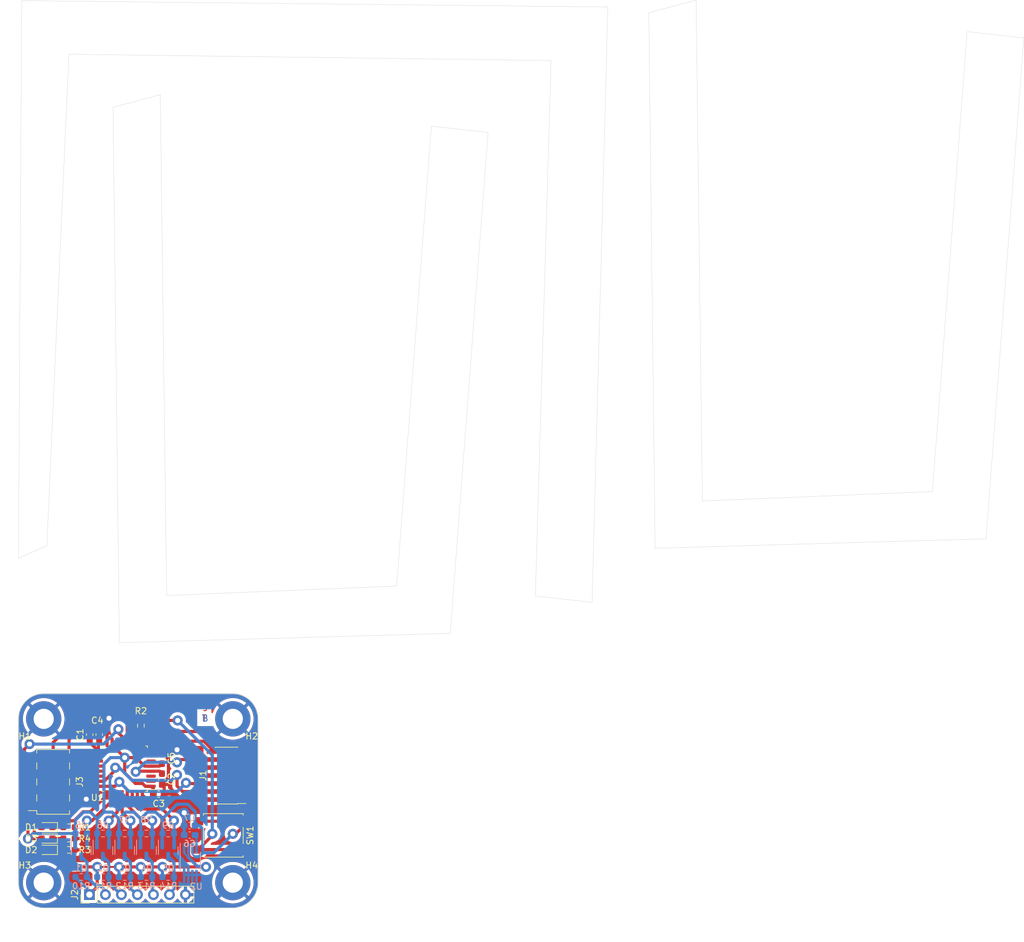
<source format=kicad_pcb>
(kicad_pcb (version 20221018) (generator pcbnew)
  (layers (0 "F.Cu" signal) (31 "B.Cu" signal) (34 "B.Paste" user) (35 "F.Paste" user) (36 "B.SilkS" user "B.Silkscreen") (37 "F.SilkS" user "F.Silkscreen") (38 "B.Mask" user) (39 "F.Mask" user) (44 "Edge.Cuts" user))
  (net 0 "")
  (net 1 "+5V-v3-")
  (net 2 "GND-v3-")
  (net 3 "+3.3V-v3-")
  (net 4 "Net-(D1-K)-v3-")
  (net 6 "Net-(D3-K)-v3-")
  (net 7 "Status_LED-v3-")
  (net 8 "Data_Clock_SNES-v3-")
  (net 9 "Data_Latch_SNES-v3-")
  (net 10 "Net-(D2-K)-v3-")
  (net 11 "Serial_Data1_SNES-v3-")
  (net 12 "Serial_Data2_SNES-v3-")
  (net 13 "SPI_Chip_Select-v3-")
  (net 14 "Chip_Enable-v3-")
  (net 15 "SPI_Digital_Input-v3-")
  (net 16 "SPI_Clock-v3-")
  (net 17 "SPI_Digital_Output-v3-")
  (net 18 "IOBit_SNES-v3-")
  (net 19 "Data_Clock_STM32-v3-")
  (net 20 "Data_Latch_STM32-v3-")
  (net 21 "Appairing_Btn-v3-")
  (net 22 "Net-(U2-BP)-v3-")
  (net 23 "SWDIO-v3-")
  (net 24 "SWDCK-v3-")
  (net 27 "NRST-v3-")
  (net 28 "USART2_RX-v3-")
  (net 29 "USART2_TX-v3-")
  (net 30 "Serial_Data1_STM32-v3-")
  (net 31 "IOBit_STM32-v3-")
  (net 32 "Serial_Data2_STM32-v3-")
  (footprint "Diode_SMD:D_0603_1608Metric_Pad1.05x0.95mm_HandSolder" (layer "F.Cu") (at 7.01875 133.7 180)
    (fp_text reference "D1")
    (fp_text value "LED_Small")
  )
  (footprint "Diode_SMD:D_0603_1608Metric_Pad1.05x0.95mm_HandSolder" (layer "F.Cu") (at 7.01875 135.5 180)
    (fp_text reference "D3")
    (fp_text value "LED")
  )
  (footprint "Capacitor_SMD:C_0603_1608Metric_Pad1.08x0.95mm_HandSolder" (layer "F.Cu") (at 25.26 122.75 90)
    (fp_text reference "C5")
    (fp_text value "100n")
  )
  (footprint "Connector_PinSocket_2.54mm:PinSocket_2x04_P2.54mm_Vertical_SMD" (layer "F.Cu") (at 8 126.5 180)
    (fp_text reference "J3")
    (fp_text value "Conn_01x08_Socket")
  )
  (footprint "Resistor_SMD:R_0603_1608Metric_Pad0.98x0.95mm_HandSolder" (layer "F.Cu") (at 10.51875 137.3)
    (fp_text reference "R3")
    (fp_text value "1k")
  )
  (footprint "MountingHole:MountingHole_3.2mm_M3_DIN965_Pad" (layer "F.Cu") (at 36.5 142.5)
    (fp_text reference "H4")
    (fp_text value "MountingHole_Pad")
  )
  (footprint "Button_Switch_SMD:SW_SPST_B3S-1000" (layer "F.Cu") (at 35 135 180)
    (fp_text reference "SW1")
    (fp_text value "SW_SPST")
  )
  (footprint "Capacitor_SMD:C_0603_1608Metric_Pad1.08x0.95mm_HandSolder" (layer "F.Cu") (at 15.3 119 90)
    (fp_text reference "C4")
    (fp_text value "100n")
  )
  (footprint "MountingHole:MountingHole_3.2mm_M3_DIN965_Pad" (layer "F.Cu") (at 6.5 142.5)
    (fp_text reference "H3")
    (fp_text value "MountingHole_Pad")
  )
  (footprint "Resistor_SMD:R_0603_1608Metric_Pad0.98x0.95mm_HandSolder" (layer "F.Cu") (at 10.51875 133.7)
    (fp_text reference "R1")
    (fp_text value "1k")
  )
  (footprint "Resistor_SMD:R_0603_1608Metric_Pad0.98x0.95mm_HandSolder" (layer "F.Cu") (at 21.92 117.57 90)
    (fp_text reference "R2")
    (fp_text value "10k")
  )
  (footprint "Capacitor_SMD:C_0603_1608Metric_Pad1.08x0.95mm_HandSolder" (layer "F.Cu") (at 13.8 119 90)
    (fp_text reference "C1")
    (fp_text value "10u")
  )
  (footprint "MountingHole:MountingHole_3.2mm_M3_DIN965_Pad" (layer "F.Cu") (at 36.5 116.5)
    (fp_text reference "H2")
    (fp_text value "MountingHole_Pad")
  )
  (footprint "Diode_SMD:D_0603_1608Metric_Pad1.05x0.95mm_HandSolder" (layer "F.Cu") (at 7.01875 137.3 180)
    (fp_text reference "D2")
    (fp_text value "LED_Small")
  )
  (footprint "Connector_PinHeader_1.27mm:PinHeader_2x07_P1.27mm_Vertical_SMD" (layer "F.Cu") (at 35.5 125.5 180)
    (fp_text reference "J1")
    (fp_text value "Conn_02x07_Odd_Even")
  )
  (footprint "Capacitor_SMD:C_0603_1608Metric_Pad1.08x0.95mm_HandSolder" (layer "F.Cu") (at 25.26 126.0525 90)
    (fp_text reference "C2")
    (fp_text value "100n")
  )
  (footprint "Capacitor_SMD:C_0603_1608Metric_Pad1.08x0.95mm_HandSolder" (layer "F.Cu") (at 24.7525 128.44)
    (fp_text reference "C3")
    (fp_text value "100n")
  )
  (footprint "Resistor_SMD:R_0603_1608Metric_Pad0.98x0.95mm_HandSolder" (layer "F.Cu") (at 10.51875 135.5)
    (fp_text reference "R4")
    (fp_text value "1k")
  )
  (footprint "Connector_PinHeader_2.54mm:PinHeader_1x07_P2.54mm_Vertical" (layer "F.Cu") (at 13.75 144.4 90)
    (fp_text reference "J2")
    (fp_text value "Conn_01x07_Socket")
  )
  (footprint "MountingHole:MountingHole_3.2mm_M3_DIN965_Pad" (layer "F.Cu") (at 6.5 116.5)
    (fp_text reference "H1")
    (fp_text value "MountingHole_Pad")
  )
  (footprint "Package_QFP:LQFP-32_7x7mm_P0.8mm" (layer "F.Cu") (at 19.35 124.4 180)
    (fp_text reference "U1")
    (fp_text value "STM32L412KBTx")
  )
  (footprint "Resistor_SMD:R_0603_1608Metric_Pad0.98x0.95mm_HandSolder" (layer "B.Cu") (at 15.9 134.7)
    (fp_text reference "R6")
    (fp_text value "10k")
  )
  (footprint "Package_TO_SOT_SMD:SOT-23" (layer "B.Cu") (at 22.8 137.4 -90)
    (fp_text reference "Q4")
    (fp_text value "2N7002")
  )
  (footprint "Resistor_SMD:R_0603_1608Metric_Pad0.98x0.95mm_HandSolder" (layer "B.Cu") (at 15.9 141.6)
    (fp_text reference "R11")
    (fp_text value "10k")
  )
  (footprint "Package_TO_SOT_SMD:SOT-23" (layer "B.Cu") (at 19.35 137.4 -90)
    (fp_text reference "Q3")
    (fp_text value "2N7002")
  )
  (footprint "Capacitor_SMD:C_0603_1608Metric_Pad1.08x0.95mm_HandSolder" (layer "B.Cu") (at 29.65 134.95 180)
    (fp_text reference "C6")
    (fp_text value "470p")
  )
  (footprint "Capacitor_SMD:C_0603_1608Metric_Pad1.08x0.95mm_HandSolder" (layer "B.Cu") (at 29.65 133.45 180)
    (fp_text reference "C7")
    (fp_text value "2.2u")
  )
  (footprint "Resistor_SMD:R_0603_1608Metric_Pad0.98x0.95mm_HandSolder" (layer "B.Cu") (at 22.8 141.6)
    (fp_text reference "R13")
    (fp_text value "10k")
  )
  (footprint "Package_SO:MSOP-8_3x3mm_P0.65mm" (layer "B.Cu") (at 29.7625 139.15 -90)
    (fp_text reference "U2")
    (fp_text value "MIC5219-3.3YMM")
  )
  (footprint "Resistor_SMD:R_0603_1608Metric_Pad0.98x0.95mm_HandSolder" (layer "B.Cu") (at 26.25 134.7)
    (fp_text reference "R9")
    (fp_text value "10k")
  )
  (footprint "Resistor_SMD:R_0603_1608Metric_Pad0.98x0.95mm_HandSolder" (layer "B.Cu") (at 19.35 134.7)
    (fp_text reference "R7")
    (fp_text value "10k")
  )
  (footprint "Resistor_SMD:R_0603_1608Metric_Pad0.98x0.95mm_HandSolder" (layer "B.Cu") (at 12.45 134.7)
    (fp_text reference "R5")
    (fp_text value "10k")
  )
  (footprint "Resistor_SMD:R_0603_1608Metric_Pad0.98x0.95mm_HandSolder" (layer "B.Cu") (at 12.45 141.6)
    (fp_text reference "R10")
    (fp_text value "10k")
  )
  (footprint "Package_TO_SOT_SMD:SOT-23" (layer "B.Cu") (at 26.25 137.4 -90)
    (fp_text reference "Q5")
    (fp_text value "2N7002")
  )
  (footprint "Resistor_SMD:R_0603_1608Metric_Pad0.98x0.95mm_HandSolder" (layer "B.Cu") (at 22.8 134.7)
    (fp_text reference "R8")
    (fp_text value "10k")
  )
  (footprint "Resistor_SMD:R_0603_1608Metric_Pad0.98x0.95mm_HandSolder" (layer "B.Cu") (at 19.35 141.6)
    (fp_text reference "R12")
    (fp_text value "10k")
  )
  (footprint "Package_TO_SOT_SMD:SOT-23" (layer "B.Cu") (at 12.45 137.4 -90)
    (fp_text reference "Q1")
    (fp_text value "2N7002")
  )
  (footprint "Resistor_SMD:R_0603_1608Metric_Pad0.98x0.95mm_HandSolder" (layer "B.Cu") (at 26.25 141.6)
    (fp_text reference "R14")
    (fp_text value "10k")
  )
  (footprint "Package_TO_SOT_SMD:SOT-23" (layer "B.Cu") (at 15.9 137.4 -90)
    (fp_text reference "Q2")
    (fp_text value "2N7002")
  )
  (gr_arc (start 40.5 142.5) (mid 39.328427 145.328427) (end 36.5 146.5) (stroke (width 0.1)) (layer "Edge.Cuts"))
  (gr_arc (start 6.5 146.5) (mid 3.671573 145.328427) (end 2.5 142.5) (stroke (width 0.1)) (layer "Edge.Cuts"))
  (gr_line (start 95.99996 3.499855) (end 93.49996 97.999855) (stroke (width 0.05)) (layer "Edge.Cuts"))
  (gr_line (start 2.49996 90.999855) (end 2.99996 2.499855) (stroke (width 0.05)) (layer "Edge.Cuts"))
  (gr_line (start 67.999827 22.415587) (end 62.499827 95.415587) (stroke (width 0.05)) (layer "Edge.Cuts"))
  (gr_line (start 86.99996 11.999855) (end 10.49996 10.999855) (stroke (width 0.05)) (layer "Edge.Cuts"))
  (gr_line (start 6.99996 88.999855) (end 2.49996 90.999855) (stroke (width 0.05)) (layer "Edge.Cuts"))
  (gr_line (start 25.999827 96.915587) (end 24.999827 17.415587) (stroke (width 0.05)) (layer "Edge.Cuts"))
  (gr_line (start 147.499827 80.415587) (end 110.999827 81.915587) (stroke (width 0.05)) (layer "Edge.Cuts"))
  (gr_line (start 109.999827 2.415587) (end 102.499827 4.415587) (stroke (width 0.05)) (layer "Edge.Cuts"))
  (gr_line (start 102.499827 4.415587) (end 103.499827 89.415587) (stroke (width 0.05)) (layer "Edge.Cuts"))
  (gr_line (start 40.5 116.5) (end 40.5 142.5) (stroke (width 0.1)) (layer "Edge.Cuts"))
  (gr_line (start 36.5 146.5) (end 6.5 146.5) (stroke (width 0.1)) (layer "Edge.Cuts"))
  (gr_arc (start 2.5 116.5) (mid 3.671573 113.671573) (end 6.5 112.5) (stroke (width 0.1)) (layer "Edge.Cuts"))
  (gr_line (start 161.999827 8.415587) (end 152.999827 7.415587) (stroke (width 0.05)) (layer "Edge.Cuts"))
  (gr_line (start 18.499827 104.415587) (end 70.999827 102.915587) (stroke (width 0.05)) (layer "Edge.Cuts"))
  (gr_line (start 76.999827 23.415587) (end 67.999827 22.415587) (stroke (width 0.05)) (layer "Edge.Cuts"))
  (gr_line (start 6.5 112.5) (end 36.5 112.5) (stroke (width 0.1)) (layer "Edge.Cuts"))
  (gr_line (start 24.999827 17.415587) (end 17.499827 19.415587) (stroke (width 0.05)) (layer "Edge.Cuts"))
  (gr_line (start 17.499827 19.415587) (end 18.499827 104.415587) (stroke (width 0.05)) (layer "Edge.Cuts"))
  (gr_line (start 155.999827 87.915587) (end 161.999827 8.415587) (stroke (width 0.05)) (layer "Edge.Cuts"))
  (gr_line (start 110.999827 81.915587) (end 109.999827 2.415587) (stroke (width 0.05)) (layer "Edge.Cuts"))
  (gr_line (start 62.499827 95.415587) (end 25.999827 96.915587) (stroke (width 0.05)) (layer "Edge.Cuts"))
  (gr_arc (start 36.5 112.5) (mid 39.328427 113.671573) (end 40.5 116.5) (stroke (width 0.1)) (layer "Edge.Cuts"))
  (gr_line (start 2.99996 2.499855) (end 95.99996 3.499855) (stroke (width 0.05)) (layer "Edge.Cuts"))
  (gr_line (start 2.5 142.5) (end 2.5 116.5) (stroke (width 0.1)) (layer "Edge.Cuts"))
  (gr_line (start 152.999827 7.415587) (end 147.499827 80.415587) (stroke (width 0.05)) (layer "Edge.Cuts"))
  (gr_line (start 93.49996 97.999855) (end 84.49996 96.999855) (stroke (width 0.05)) (layer "Edge.Cuts"))
  (gr_line (start 84.49996 96.999855) (end 86.99996 11.999855) (stroke (width 0.05)) (layer "Edge.Cuts"))
  (gr_line (start 70.999827 102.915587) (end 76.999827 23.415587) (stroke (width 0.05)) (layer "Edge.Cuts"))
  (gr_line (start 10.49996 10.999855) (end 6.99996 88.999855) (stroke (width 0.05)) (layer "Edge.Cuts"))
  (gr_line (start 103.499827 89.415587) (end 155.999827 87.915587) (stroke (width 0.05)) (layer "Edge.Cuts"))
  (gr_text "SNES Plug" (at 24.5 115) (layer "F.Cu") (effects (font (size 1 1)) (justify left bottom)))
  (gr_text "T" (at 31.5 117) (layer "F.Cu") (effects (font (size 1 1)) (justify left bottom)))
  (gr_text "B" (at 31.5 117) (layer "B.Cu") (effects (font (size 1 1)) (justify left bottom)))
  (segment (start 9 138.75) (end 10.25 140) (width 0.5) (layer "F.Cu") (net 1))
  (segment (start 14.9875 140) (end 14.9875 143.1625) (width 0.5) (layer "F.Cu") (net 1))
  (segment (start 14.9875 143.1625) (end 13.75 144.4) (width 0.5) (layer "F.Cu") (net 1))
  (segment (start 7.559189 138.75) (end 9 138.75) (width 0.5) (layer "F.Cu") (net 1))
  (segment (start 14.9875 140) (end 18.4375 140) (width 0.3) (layer "F.Cu") (net 1))
  (segment (start 21.8875 140) (end 25.3375 140) (width 0.5) (layer "F.Cu") (net 1))
  (segment (start 25.3375 140) (end 32.25 140) (width 0.5) (layer "F.Cu") (net 1))
  (segment (start 21.8875 140) (end 18.4375 140) (width 0.5) (layer "F.Cu") (net 1))
  (segment (start 6.14375 137.334561) (end 7.559189 138.75) (width 0.5) (layer "F.Cu") (net 1))
  (segment (start 6.14375 137.3) (end 6.14375 137.334561) (width 0.5) (layer "F.Cu") (net 1))
  (segment (start 10.25 140) (end 14.9875 140) (width 0.5) (layer "F.Cu") (net 1))
  (via (at 25.3375 140) (size 1.6) (drill 0.8) (layers "F.Cu" "B.Cu") (net 1))
  (via (at 32.25 140) (size 1.6) (drill 0.8) (layers "F.Cu" "B.Cu") (net 1))
  (via (at 21.8875 140) (size 1.6) (drill 0.8) (layers "F.Cu" "B.Cu") (net 1))
  (via (at 18.4375 140) (size 1.6) (drill 0.8) (layers "F.Cu" "B.Cu") (net 1))
  (via (at 14.9875 140) (size 1.6) (drill 0.8) (layers "F.Cu" "B.Cu") (net 1))
  (segment (start 25.3375 140) (end 25.3375 141.6) (width 0.5) (layer "B.Cu") (net 1))
  (segment (start 28.7875 137.830761) (end 29.4375 138.480761) (width 0.3) (layer "B.Cu") (net 1))
  (segment (start 29.4375 137.0375) (end 29.4375 138.480761) (width 0.3) (layer "B.Cu") (net 1))
  (segment (start 30.856739 139.9) (end 29.4375 138.480761) (width 0.5) (layer "B.Cu") (net 1))
  (segment (start 13.75 144.4) (end 13.75 143.8125) (width 0.5) (layer "B.Cu") (net 1))
  (segment (start 13.75 143.8125) (end 11.5375 141.6) (width 0.5) (layer "B.Cu") (net 1))
  (segment (start 32.15 139.9) (end 30.856739 139.9) (width 0.5) (layer "B.Cu") (net 1))
  (segment (start 32.25 140) (end 32.15 139.9) (width 0.5) (layer "B.Cu") (net 1))
  (segment (start 18.4375 140) (end 18.4375 141.6) (width 0.5) (layer "B.Cu") (net 1))
  (segment (start 28.7875 137.0375) (end 28.7875 137.830761) (width 0.3) (layer "B.Cu") (net 1))
  (segment (start 14.9875 141.6) (end 14.9875 140) (width 0.5) (layer "B.Cu") (net 1))
  (segment (start 21.8875 140) (end 21.8875 141.6) (width 0.5) (layer "B.Cu") (net 1))
  (segment (start 15.3 117.95) (end 16.85 116.4) (width 0.5) (layer "F.Cu") (net 2))
  (segment (start 26.285 122.9125) (end 25.26 121.8875) (width 0.5) (layer "F.Cu") (net 2))
  (segment (start 16.85 116.4) (end 16.55 116.7) (width 0.5) (layer "F.Cu") (net 2))
  (segment (start 23.04 129.465) (end 24.59 129.465) (width 0.5) (layer "F.Cu") (net 2))
  (segment (start 26.285 125.816193) (end 26.285 122.9125) (width 0.5) (layer "F.Cu") (net 2))
  (segment (start 24.59 129.465) (end 25.615 128.44) (width 0.5) (layer "F.Cu") (net 2))
  (segment (start 16.55 116.7) (end 16.55 120.225) (width 0.5) (layer "F.Cu") (net 2))
  (segment (start 13.8 118.1375) (end 15.3 118.1375) (width 0.5) (layer "F.Cu") (net 2))
  (segment (start 27.161689 121.8875) (end 25.26 121.8875) (width 0.5) (layer "F.Cu") (net 2))
  (segment (start 25.615 128.44) (end 25.615 127.27) (width 0.5) (layer "F.Cu") (net 2))
  (segment (start 27.649189 121.4) (end 27.161689 121.8875) (width 0.5) (layer "F.Cu") (net 2))
  (segment (start 25.615 127.27) (end 25.26 126.915) (width 0.5) (layer "F.Cu") (net 2))
  (segment (start 13.25 129.25) (end 12.19 130.31) (width 0.5) (layer "F.Cu") (net 2))
  (segment (start 12.19 130.31) (end 10.52 130.31) (width 0.5) (layer "F.Cu") (net 2))
  (segment (start 15.3 118.1375) (end 15.3 117.95) (width 0.5) (layer "F.Cu") (net 2))
  (segment (start 22.15 128.575) (end 23.04 129.465) (width 0.5) (layer "F.Cu") (net 2))
  (segment (start 25.26 126.915) (end 25.26 126.841193) (width 0.5) (layer "F.Cu") (net 2))
  (segment (start 25.26 126.841193) (end 26.285 125.816193) (width 0.5) (layer "F.Cu") (net 2))
  (via (at 28.7875 131.4) (size 1.6) (drill 0.8) (layers "F.Cu" "B.Cu") (net 2))
  (via (at 16.85 116.4) (size 1.6) (drill 0.8) (layers "F.Cu" "B.Cu") (net 2))
  (via (at 27.649189 121.4) (size 1.6) (drill 0.8) (layers "F.Cu" "B.Cu") (net 2))
  (via (at 13.25 129.25) (size 1.6) (drill 0.8) (layers "F.Cu" "B.Cu") (net 2))
  (segment (start 28.7875 131.4375) (end 28.75 131.4) (width 0.5) (layer "B.Cu") (net 2))
  (segment (start 28.7875 133.45) (end 28.7875 134.95) (width 0.5) (layer "B.Cu") (net 2))
  (segment (start 24.9 121.4) (end 19.9 116.4) (width 0.5) (layer "B.Cu") (net 2))
  (segment (start 19.9 116.4) (end 16.85 116.4) (width 0.5) (layer "B.Cu") (net 2))
  (segment (start 27.649189 121.4) (end 24.9 121.4) (width 0.5) (layer "B.Cu") (net 2))
  (segment (start 28.7875 133.45) (end 28.7875 131.4) (width 0.5) (layer "B.Cu") (net 2))
  (segment (start 36.5 134.75) (end 36.975 134.75) (width 0.5) (layer "F.Cu") (net 3))
  (segment (start 36.975 134.75) (end 38.975 132.75) (width 0.5) (layer "F.Cu") (net 3))
  (segment (start 39.5 132.225) (end 39.5 128.39) (width 0.5) (layer "F.Cu") (net 3))
  (segment (start 24.8725 124) (end 23.525 124) (width 0.5) (layer "F.Cu") (net 3))
  (segment (start 4 131.79) (end 5.48 130.31) (width 0.5) (layer "F.Cu") (net 3))
  (segment (start 31.025 132.75) (end 38.975 132.75) (width 0.5) (layer "F.Cu") (net 3))
  (segment (start 38.975 132.75) (end 39.5 132.225) (width 0.5) (layer "F.Cu") (net 3))
  (segment (start 22.5 124) (end 21.15 122.65) (width 0.5) (layer "F.Cu") (net 3))
  (segment (start 19.35 122.65) (end 18.3 121.6) (width 0.5) (layer "F.Cu") (net 3))
  (segment (start 39.15 128.04) (end 39.5 128.39) (width 0.5) (layer "F.Cu") (net 3))
  (segment (start 6.14375 135.5) (end 4 135.5) (width 0.5) (layer "F.Cu") (net 3))
  (segment (start 21.15 122.65) (end 19.35 122.65) (width 0.5) (layer "F.Cu") (net 3))
  (segment (start 18.3 121.6) (end 15.175 121.6) (width 0.5) (layer "F.Cu") (net 3))
  (segment (start 25.26 123.6125) (end 24.8725 124) (width 0.5) (layer "F.Cu") (net 3))
  (segment (start 13.8 119.8625) (end 13.8 120.225) (width 0.5) (layer "F.Cu") (net 3))
  (segment (start 23.525 127.2) (end 22.620406 127.2) (width 0.5) (layer "F.Cu") (net 3))
  (segment (start 22.170406 126.75) (end 21.040811 126.75) (width 0.5) (layer "F.Cu") (net 3))
  (segment (start 23.89 128.44) (end 23.89 127.565) (width 0.5) (layer "F.Cu") (net 3))
  (segment (start 15.175 119.9875) (end 15.3 119.8625) (width 0.5) (layer "F.Cu") (net 3))
  (segment (start 21.040811 126.75) (end 19.35 125.059189) (width 0.5) (layer "F.Cu") (net 3))
  (segment (start 23.525 124) (end 22.5 124) (width 0.5) (layer "F.Cu") (net 3))
  (segment (start 13.8 120.225) (end 15.175 121.6) (width 0.5) (layer "F.Cu") (net 3))
  (segment (start 15.175 121.6) (end 15.175 119.9875) (width 0.5) (layer "F.Cu") (net 3))
  (segment (start 23.89 127.565) (end 23.525 127.2) (width 0.5) (layer "F.Cu") (net 3))
  (segment (start 19.35 125.059189) (end 19.35 122.65) (width 0.5) (layer "F.Cu") (net 3))
  (segment (start 37.45 128.04) (end 39.15 128.04) (width 0.5) (layer "F.Cu") (net 3))
  (segment (start 22.620406 127.2) (end 22.170406 126.75) (width 0.5) (layer "F.Cu") (net 3))
  (segment (start 4 135.5) (end 4 131.79) (width 0.5) (layer "F.Cu") (net 3))
  (via (at 36.5 134.75) (size 1.6) (drill 0.8) (layers "F.Cu" "B.Cu") (net 3))
  (via (at 19.35 122.65) (size 1.6) (drill 0.8) (layers "F.Cu" "B.Cu") (net 3))
  (via (at 4 135.5) (size 1.6) (drill 0.8) (layers "F.Cu" "B.Cu") (net 3))
  (segment (start 14.95 136.4625) (end 14.95 134.7375) (width 0.5) (layer "B.Cu") (net 3))
  (segment (start 30.5125 133.45) (end 30.5125 131.215811) (width 0.5) (layer "B.Cu") (net 3))
  (segment (start 19.503311 131.3) (end 20.821689 131.3) (width 0.5) (layer "B.Cu") (net 3))
  (segment (start 16.053311 123.696689) (end 16.053311 131.3) (width 0.5) (layer "B.Cu") (net 3))
  (segment (start 30.0875 137.0375) (end 30.0875 137.977817) (width 0.3) (layer "B.Cu") (net 3))
  (segment (start 18.4 136.4625) (end 18.4 134.7375) (width 0.5) (layer "B.Cu") (net 3))
  (segment (start 31.75 134) (end 31.2 133.45) (width 0.5) (layer "B.Cu") (net 3))
  (segment (start 11.5375 134.7) (end 11.5375 132.565811) (width 0.5) (layer "B.Cu") (net 3))
  (segment (start 25.3 134.7375) (end 25.3375 134.7) (width 0.5) (layer "B.Cu") (net 3))
  (segment (start 13.921689 131.3) (end 14.9875 132.365811) (width 0.5) (layer "B.Cu") (net 3))
  (segment (start 31.75 137.756739) (end 31.106739 138.4) (width 0.5) (layer "B.Cu") (net 3))
  (segment (start 33.493261 137.756739) (end 36.5 134.75) (width 0.5) (layer "B.Cu") (net 3))
  (segment (start 11.5375 132.565811) (end 12.803311 131.3) (width 0.5) (layer "B.Cu") (net 3))
  (segment (start 29.346689 130.05) (end 27.653311 130.05) (width 0.5) (layer "B.Cu") (net 3))
  (segment (start 25.3 136.4625) (end 25.3 134.7375) (width 0.5) (layer "B.Cu") (net 3))
  (segment (start 30.0875 137.977817) (end 30.509683 138.4) (width 0.3) (layer "B.Cu") (net 3))
  (segment (start 20.821689 131.3) (end 21.8875 132.365811) (width 0.5) (layer "B.Cu") (net 3))
  (segment (start 19.35 122.65) (end 17.1 122.65) (width 0.5) (layer "B.Cu") (net 3))
  (segment (start 21.8875 132.365811) (end 21.8875 134.7) (width 0.5) (layer "B.Cu") (net 3))
  (segment (start 18.4375 132.365811) (end 19.503311 131.3) (width 0.5) (layer "B.Cu") (net 3))
  (segment (start 25.3375 134.7) (end 25.3375 132.365811) (width 0.5) (layer "B.Cu") (net 3))
  (segment (start 30.5125 131.215811) (end 29.346689 130.05) (width 0.5) (layer "B.Cu") (net 3))
  (segment (start 22.953311 131.3) (end 21.8875 132.365811) (width 0.5) (layer "B.Cu") (net 3))
  (segment (start 21.85 134.7375) (end 21.8875 134.7) (width 0.5) (layer "B.Cu") (net 3))
  (segment (start 17.371689 131.3) (end 16.053311 131.3) (width 0.5) (layer "B.Cu") (net 3))
  (segment (start 31.2 133.45) (end 30.5125 133.45) (width 0.5) (layer "B.Cu") (net 3))
  (segment (start 17.1 122.65) (end 16.053311 123.696689) (width 0.5) (layer "B.Cu") (net 3))
  (segment (start 16.053311 131.3) (end 14.9875 132.365811) (width 0.5) (layer "B.Cu") (net 3))
  (segment (start 4 135.5) (end 4.8 134.7) (width 0.5) (layer "B.Cu") (net 3))
  (segment (start 11.5 134.7375) (end 11.5375 134.7) (width 0.5) (layer "B.Cu") (net 3))
  (segment (start 21.85 136.4625) (end 21.85 134.7375) (width 0.5) (layer "B.Cu") (net 3))
  (segment (start 31.75 137.756739) (end 31.75 134) (width 0.5) (layer "B.Cu") (net 3))
  (segment (start 11.5 136.4625) (end 11.5 134.7375) (width 0.5) (layer "B.Cu") (net 3))
  (segment (start 12.803311 131.3) (end 13.921689 131.3) (width 0.5) (layer "B.Cu") (net 3))
  (segment (start 25.3375 132.365811) (end 24.271689 131.3) (width 0.5) (layer "B.Cu") (net 3))
  (segment (start 4.8 134.7) (end 11.5375 134.7) (width 0.5) (layer "B.Cu") (net 3))
  (segment (start 33.493261 137.756739) (end 31.75 137.756739) (width 0.5) (layer "B.Cu") (net 3))
  (segment (start 31.106739 138.4) (end 30.509683 138.4) (width 0.5) (layer "B.Cu") (net 3))
  (segment (start 24.271689 131.3) (end 22.953311 131.3) (width 0.5) (layer "B.Cu") (net 3))
  (segment (start 27.653311 130.05) (end 25.3375 132.365811) (width 0.5) (layer "B.Cu") (net 3))
  (segment (start 14.9875 132.365811) (end 14.9875 134.7) (width 0.5) (layer "B.Cu") (net 3))
  (segment (start 18.4375 134.7) (end 18.4375 132.365811) (width 0.5) (layer "B.Cu") (net 3))
  (segment (start 18.4375 132.365811) (end 17.371689 131.3) (width 0.5) (layer "B.Cu") (net 3))
  (segment (start 18.4 134.7375) (end 18.4375 134.7) (width 0.5) (layer "B.Cu") (net 3))
  (segment (start 14.95 134.7375) (end 14.9875 134.7) (width 0.5) (layer "B.Cu") (net 3))
  (segment (start 9.60625 133.7) (end 7.89375 133.7) (width 0.5) (layer "F.Cu") (net 4))
  (segment (start 9.60625 135.5) (end 7.89375 135.5) (width 0.5) (layer "F.Cu") (net 6))
  (segment (start 11.325 132.675) (end 12.75 131.25) (width 0.5) (layer "F.Cu") (net 7))
  (segment (start 12.75 131.25) (end 13.875 131.25) (width 0.5) (layer "F.Cu") (net 7))
  (segment (start 6.14375 133.7) (end 7.16875 132.675) (width 0.5) (layer "F.Cu") (net 7))
  (segment (start 7.16875 132.675) (end 11.325 132.675) (width 0.5) (layer "F.Cu") (net 7))
  (segment (start 13.875 131.25) (end 16.55 128.575) (width 0.5) (layer "F.Cu") (net 7))
  (segment (start 16.29 144.4) (end 16.29 143.79) (width 0.5) (layer "B.Cu") (net 8))
  (segment (start 13.3625 141.6) (end 13.3625 139.25) (width 0.5) (layer "B.Cu") (net 8))
  (segment (start 13.3625 139.25) (end 12.45 138.3375) (width 0.5) (layer "B.Cu") (net 8))
  (segment (start 14.7625 143) (end 13.3625 141.6) (width 0.5) (layer "B.Cu") (net 8))
  (segment (start 15.5 143) (end 14.7625 143) (width 0.5) (layer "B.Cu") (net 8))
  (segment (start 16.29 143.79) (end 15.5 143) (width 0.5) (layer "B.Cu") (net 8))
  (segment (start 16.8125 141.6) (end 16.8125 142.4625) (width 0.5) (layer "B.Cu") (net 9))
  (segment (start 16.8125 141.6) (end 16.8125 139.25) (width 0.5) (layer "B.Cu") (net 9))
  (segment (start 16.8125 142.4625) (end 18.75 144.4) (width 0.5) (layer "B.Cu") (net 9))
  (segment (start 16.8125 139.25) (end 15.9 138.3375) (width 0.5) (layer "B.Cu") (net 9))
  (segment (start 7.89375 137.3) (end 9.60625 137.3) (width 0.5) (layer "F.Cu") (net 10))
  (segment (start 20.2625 139.25) (end 19.35 138.3375) (width 0.5) (layer "B.Cu") (net 11))
  (segment (start 20.2625 141.6) (end 20.2625 139.25) (width 0.5) (layer "B.Cu") (net 11))
  (segment (start 20.2625 141.6) (end 20.2625 143.4125) (width 0.5) (layer "B.Cu") (net 11))
  (segment (start 20.2625 143.4125) (end 21.25 144.4) (width 0.5) (layer "B.Cu") (net 11))
  (segment (start 23.7125 141.6) (end 23.7125 144.3625) (width 0.5) (layer "B.Cu") (net 12))
  (segment (start 23.7125 139.25) (end 22.8 138.3375) (width 0.5) (layer "B.Cu") (net 12))
  (segment (start 23.7125 144.3625) (end 23.75 144.4) (width 0.5) (layer "B.Cu") (net 12))
  (segment (start 23.7125 141.6) (end 23.7125 139.25) (width 0.5) (layer "B.Cu") (net 12))
  (segment (start 12.75 123.25) (end 12.75 126) (width 0.5) (layer "F.Cu") (net 13))
  (segment (start 12.75 126) (end 12.25 126.5) (width 0.5) (layer "F.Cu") (net 13))
  (segment (start 13.6 122.4) (end 12.75 123.25) (width 0.5) (layer "F.Cu") (net 13))
  (segment (start 15.175 122.4) (end 13.6 122.4) (width 0.5) (layer "F.Cu") (net 13))
  (segment (start 6.75 126.5) (end 5.48 127.77) (width 0.5) (layer "F.Cu") (net 13))
  (segment (start 12.25 126.5) (end 6.75 126.5) (width 0.5) (layer "F.Cu") (net 13))
  (segment (start 10.52 127.77) (end 12.98 127.77) (width 0.5) (layer "F.Cu") (net 14))
  (segment (start 12.98 127.77) (end 13.875 126.875) (width 0.5) (layer "F.Cu") (net 14))
  (segment (start 13.875 126.875) (end 13.875 123.595406) (width 0.5) (layer "F.Cu") (net 14))
  (segment (start 14.270406 123.2) (end 15.175 123.2) (width 0.5) (layer "F.Cu") (net 14))
  (segment (start 13.875 123.595406) (end 14.270406 123.2) (width 0.5) (layer "F.Cu") (net 14))
  (segment (start 17.55 115.05) (end 19.75 117.25) (width 0.5) (layer "F.Cu") (net 15))
  (segment (start 19.75 117.25) (end 19.75 120.225) (width 0.5) (layer "F.Cu") (net 15))
  (segment (start 10.52 119.766307) (end 15.236307 115.05) (width 0.5) (layer "F.Cu") (net 15))
  (segment (start 10.52 122.69) (end 10.52 119.766307) (width 0.5) (layer "F.Cu") (net 15))
  (segment (start 15.236307 115.05) (end 17.55 115.05) (width 0.5) (layer "F.Cu") (net 15))
  (segment (start 8 120.25) (end 14.5 113.75) (width 0.5) (layer "F.Cu") (net 16))
  (segment (start 9.52 125.23) (end 8 123.71) (width 0.5) (layer "F.Cu") (net 16))
  (segment (start 18.5 113.75) (end 20.55 115.8) (width 0.5) (layer "F.Cu") (net 16))
  (segment (start 14.5 113.75) (end 18.5 113.75) (width 0.5) (layer "F.Cu") (net 16))
  (segment (start 10.52 125.23) (end 9.52 125.23) (width 0.5) (layer "F.Cu") (net 16))
  (segment (start 8 123.71) (end 8 120.25) (width 0.5) (layer "F.Cu") (net 16))
  (segment (start 20.55 115.8) (end 20.55 120.225) (width 0.5) (layer "F.Cu") (net 16))
  (segment (start 18.95 119.320406) (end 18.95 120.225) (width 0.5) (layer "F.Cu") (net 17))
  (segment (start 18.35 118.720406) (end 18.95 119.320406) (width 0.5) (layer "F.Cu") (net 17))
  (segment (start 3.43 124.18) (end 3.43 121.32) (width 0.5) (layer "F.Cu") (net 17))
  (segment (start 3.43 121.32) (end 4.25 120.5) (width 0.5) (layer "F.Cu") (net 17))
  (segment (start 4.48 125.23) (end 3.43 124.18) (width 0.5) (layer "F.Cu") (net 17))
  (segment (start 5.48 125.23) (end 4.48 125.23) (width 0.5) (layer "F.Cu") (net 17))
  (segment (start 18.35 118.15) (end 18.35 118.720406) (width 0.5) (layer "F.Cu") (net 17))
  (via (at 18.35 118.15) (size 1.6) (drill 0.8) (layers "F.Cu" "B.Cu") (net 17))
  (via (at 4.25 120.5) (size 1.6) (drill 0.8) (layers "F.Cu" "B.Cu") (net 17))
  (segment (start 4.25 120.5) (end 16 120.5) (width 0.5) (layer "B.Cu") (net 17))
  (segment (start 16 120.5) (end 18.35 118.15) (width 0.5) (layer "B.Cu") (net 17))
  (segment (start 27.1625 141.6) (end 27.1625 143.4875) (width 0.5) (layer "B.Cu") (net 18))
  (segment (start 27.1625 139.25) (end 26.25 138.3375) (width 0.5) (layer "B.Cu") (net 18))
  (segment (start 27.1625 141.6) (end 27.1625 139.25) (width 0.5) (layer "B.Cu") (net 18))
  (segment (start 27.1625 143.4875) (end 26.25 144.4) (width 0.5) (layer "B.Cu") (net 18))
  (segment (start 13.3625 132.65) (end 14.179594 132.65) (width 0.5) (layer "F.Cu") (net 19))
  (segment (start 17.35 129.479594) (end 17.35 128.575) (width 0.5) (layer "F.Cu") (net 19))
  (segment (start 14.179594 132.65) (end 17.35 129.479594) (width 0.5) (layer "F.Cu") (net 19))
  (via (at 13.3625 132.65) (size 1.6) (drill 0.8) (layers "F.Cu" "B.Cu") (net 19))
  (segment (start 13.3625 134.7) (end 13.3625 132.65) (width 0.5) (layer "B.Cu") (net 19))
  (segment (start 13.4 134.7375) (end 13.3625 134.7) (width 0.5) (layer "B.Cu") (net 19))
  (segment (start 13.4 136.4625) (end 13.4 134.7375) (width 0.5) (layer "B.Cu") (net 19))
  (segment (start 18.15 131.3125) (end 18.15 128.575) (width 0.5) (layer "F.Cu") (net 20))
  (segment (start 16.8125 132.65) (end 18.15 131.3125) (width 0.5) (layer "F.Cu") (net 20))
  (via (at 16.8125 132.65) (size 1.6) (drill 0.8) (layers "F.Cu" "B.Cu") (net 20))
  (segment (start 16.85 136.4625) (end 16.85 134.7375) (width 0.5) (layer "B.Cu") (net 20))
  (segment (start 16.8125 134.7) (end 16.8125 132.65) (width 0.5) (layer "B.Cu") (net 20))
  (segment (start 16.85 134.7375) (end 16.8125 134.7) (width 0.5) (layer "B.Cu") (net 20))
  (segment (start 33.25 135) (end 31.025 137.225) (width 0.5) (layer "F.Cu") (net 21))
  (segment (start 33.25 134.75) (end 33.25 135) (width 0.5) (layer "F.Cu") (net 21))
  (segment (start 21.35 119.0525) (end 21.92 118.4825) (width 0.5) (layer "F.Cu") (net 21))
  (segment (start 23.6525 116.75) (end 21.92 118.4825) (width 0.5) (layer "F.Cu") (net 21))
  (segment (start 21.35 120.225) (end 21.35 119.0525) (width 0.5) (layer "F.Cu") (net 21))
  (segment (start 27.75 116.75) (end 23.6525 116.75) (width 0.5) (layer "F.Cu") (net 21))
  (segment (start 38.975 137.25) (end 31.025 137.25) (width 0.5) (layer "F.Cu") (net 21))
  (segment (start 31.025 137.225) (end 31.025 137.25) (width 0.5) (layer "F.Cu") (net 21))
  (via (at 33.25 134.75) (size 1.6) (drill 0.8) (layers "F.Cu" "B.Cu") (net 21))
  (via (at 27.75 116.75) (size 1.6) (drill 0.8) (layers "F.Cu" "B.Cu") (net 21))
  (segment (start 33.25 122.25) (end 27.75 116.75) (width 0.5) (layer "B.Cu") (net 21))
  (segment (start 33.25 134.75) (end 33.25 122.25) (width 0.5) (layer "B.Cu") (net 21))
  (segment (start 30.7375 135.175) (end 30.5125 134.95) (width 0.3) (layer "B.Cu") (net 22))
  (segment (start 30.7375 137.0375) (end 30.7375 135.175) (width 0.3) (layer "B.Cu") (net 22))
  (segment (start 27.649189 127.149189) (end 28.54 128.04) (width 0.5) (layer "F.Cu") (net 23))
  (segment (start 17.85 124.629594) (end 17.85 124.25) (width 0.5) (layer "F.Cu") (net 23))
  (segment (start 15.175 126.4) (end 16.079594 126.4) (width 0.5) (layer "F.Cu") (net 23))
  (segment (start 27.649189 125.4) (end 27.649189 127.149189) (width 0.5) (layer "F.Cu") (net 23))
  (segment (start 28.54 128.04) (end 33.55 128.04) (width 0.5) (layer "F.Cu") (net 23))
  (segment (start 16.079594 126.4) (end 17.85 124.629594) (width 0.5) (layer "F.Cu") (net 23))
  (via (at 27.649189 125.4) (size 1.6) (drill 0.8) (layers "F.Cu" "B.Cu") (net 23))
  (via (at 17.85 124.25) (size 1.6) (drill 0.8) (layers "F.Cu" "B.Cu") (net 23))
  (segment (start 18.5 124.25) (end 20.5 126.25) (width 0.5) (layer "B.Cu") (net 23))
  (segment (start 26.799189 126.25) (end 27.649189 125.4) (width 0.5) (layer "B.Cu") (net 23))
  (segment (start 17.85 124.25) (end 18.5 124.25) (width 0.5) (layer "B.Cu") (net 23))
  (segment (start 20.5 126.25) (end 26.799189 126.25) (width 0.5) (layer "B.Cu") (net 23))
  (segment (start 33.55 126.77) (end 29.180901 126.77) (width 0.5) (layer "F.Cu") (net 24))
  (segment (start 18.5 126.5) (end 17.8 127.2) (width 0.5) (layer "F.Cu") (net 24))
  (segment (start 29.180901 126.77) (end 29.07076 126.659859) (width 0.5) (layer "F.Cu") (net 24))
  (segment (start 17.8 127.2) (end 15.175 127.2) (width 0.5) (layer "F.Cu") (net 24))
  (via (at 29.07076 126.659859) (size 1.6) (drill 0.8) (layers "F.Cu" "B.Cu") (net 24))
  (via (at 18.5 126.5) (size 1.6) (drill 0.8) (layers "F.Cu" "B.Cu") (net 24))
  (segment (start 27.730619 128) (end 20 128) (width 0.5) (layer "B.Cu") (net 24))
  (segment (start 20 128) (end 18.5 126.5) (width 0.5) (layer "B.Cu") (net 24))
  (segment (start 29.07076 126.659859) (end 27.730619 128) (width 0.5) (layer "B.Cu") (net 24))
  (segment (start 21.2 124.8) (end 21.1 124.9) (width 0.5) (layer "F.Cu") (net 27))
  (segment (start 33.55 122.96) (end 28.089189 122.96) (width 0.5) (layer "F.Cu") (net 27))
  (segment (start 25.26 125.19) (end 24.87 124.8) (width 0.5) (layer "F.Cu") (net 27))
  (segment (start 28.089189 122.96) (end 27.649189 123.4) (width 0.5) (layer "F.Cu") (net 27))
  (segment (start 24.87 124.8) (end 23.525 124.8) (width 0.5) (layer "F.Cu") (net 27))
  (segment (start 23.525 124.8) (end 21.2 124.8) (width 0.5) (layer "F.Cu") (net 27))
  (via (at 21.1 124.9) (size 1.6) (drill 0.8) (layers "F.Cu" "B.Cu") (net 27))
  (via (at 27.649189 123.4) (size 1.6) (drill 0.8) (layers "F.Cu" "B.Cu") (net 27))
  (segment (start 27.649189 123.4) (end 22.6 123.4) (width 0.5) (layer "B.Cu") (net 27))
  (segment (start 22.6 123.4) (end 21.1 124.9) (width 0.5) (layer "B.Cu") (net 27))
  (segment (start 23.875 118.5) (end 33.03 118.5) (width 0.5) (layer "F.Cu") (net 28))
  (segment (start 22.15 120.225) (end 23.875 118.5) (width 0.5) (layer "F.Cu") (net 28))
  (segment (start 33.03 118.5) (end 36.22 121.69) (width 0.5) (layer "F.Cu") (net 28))
  (segment (start 36.22 121.69) (end 37.45 121.69) (width 0.5) (layer "F.Cu") (net 28))
  (segment (start 31.91 120.05) (end 25.075 120.05) (width 0.5) (layer "F.Cu") (net 29))
  (segment (start 33.55 121.69) (end 31.91 120.05) (width 0.5) (layer "F.Cu") (net 29))
  (segment (start 25.075 120.05) (end 23.525 121.6) (width 0.5) (layer "F.Cu") (net 29))
  (segment (start 18.95 131.3375) (end 20.2625 132.65) (width 0.5) (layer "F.Cu") (net 30))
  (segment (start 18.95 128.575) (end 18.95 131.3375) (width 0.5) (layer "F.Cu") (net 30))
  (via (at 20.2625 132.65) (size 1.6) (drill 0.8) (layers "F.Cu" "B.Cu") (net 30))
  (segment (start 20.3 136.4625) (end 20.3 134.7375) (width 0.5) (layer "B.Cu") (net 30))
  (segment (start 20.2625 134.7) (end 20.2625 132.65) (width 0.5) (layer "B.Cu") (net 30))
  (segment (start 20.3 134.7375) (end 20.2625 134.7) (width 0.5) (layer "B.Cu") (net 30))
  (segment (start 27.1625 132.65) (end 25.3125 130.8) (width 0.5) (layer "F.Cu") (net 31))
  (segment (start 20.55 129.810964) (end 20.55 128.575) (width 0.5) (layer "F.Cu") (net 31))
  (segment (start 21.539036 130.8) (end 20.55 129.810964) (width 0.5) (layer "F.Cu") (net 31))
  (segment (start 25.3125 130.8) (end 21.539036 130.8) (width 0.5) (layer "F.Cu") (net 31))
  (via (at 27.1625 132.65) (size 1.6) (drill 0.8) (layers "F.Cu" "B.Cu") (net 31))
  (segment (start 27.2 136.4625) (end 27.2 134.7375) (width 0.5) (layer "B.Cu") (net 31))
  (segment (start 27.2 134.7375) (end 27.1625 134.7) (width 0.5) (layer "B.Cu") (net 31))
  (segment (start 27.1625 134.7) (end 27.1625 132.65) (width 0.5) (layer "B.Cu") (net 31))
  (segment (start 23.7125 132.65) (end 22.171689 132.65) (width 0.5) (layer "F.Cu") (net 32))
  (segment (start 19.75 130.228311) (end 19.75 128.575) (width 0.5) (layer "F.Cu") (net 32))
  (segment (start 22.171689 132.65) (end 19.75 130.228311) (width 0.5) (layer "F.Cu") (net 32))
  (via (at 23.7125 132.65) (size 1.6) (drill 0.8) (layers "F.Cu" "B.Cu") (net 32))
  (segment (start 23.75 134.7375) (end 23.7125 134.7) (width 0.5) (layer "B.Cu") (net 32))
  (segment (start 23.75 136.4625) (end 23.75 134.7375) (width 0.5) (layer "B.Cu") (net 32))
  (segment (start 23.7125 134.7) (end 23.7125 132.65) (width 0.5) (layer "B.Cu") (net 32))
  (zone (net 2) (net_name "GND-v3-") (layer "F.Cu") (connect_pads (clearance 0.5)) (min_thickness 0.25) (fill yes (thermal_gap 0.5) (thermal_bridge_width 0.5))
    (polygon (pts (xy 2.5 112.5) (xy 40.5 112.5) (xy 40.5 146.5) (xy 2.5 146.5)))
  )
  (zone (net 2) (net_name "GND-v3-") (layer "B.Cu") (priority 1) (connect_pads (clearance 0.5)) (min_thickness 0.25) (fill yes (thermal_gap 0.5) (thermal_bridge_width 0.5))
    (polygon (pts (xy 2.5 112.5) (xy 40.5 112.5) (xy 40.5 146.5) (xy 2.5 146.5)))
  )
)
</source>
